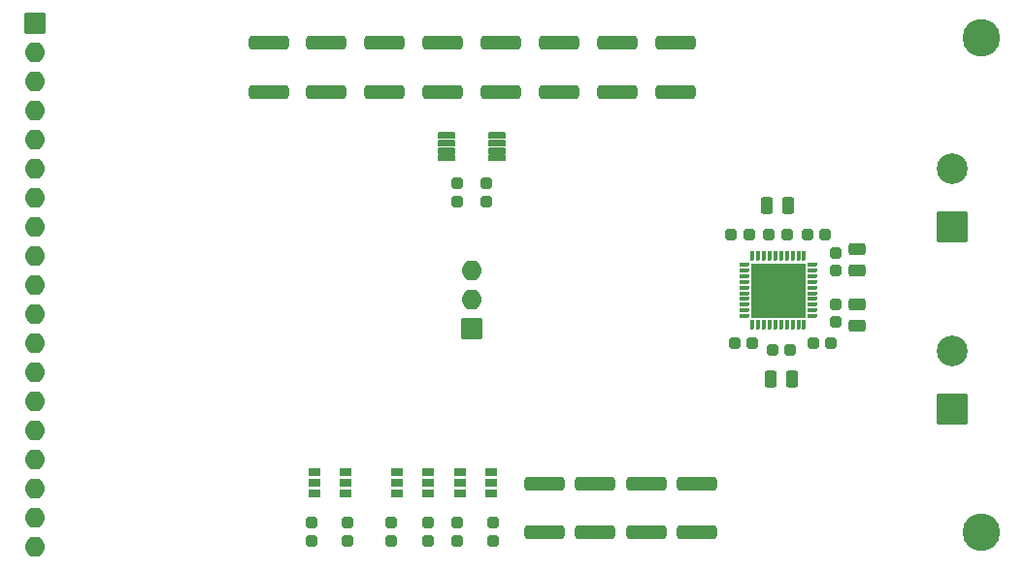
<source format=gts>
G04 #@! TF.GenerationSoftware,KiCad,Pcbnew,7.0.9*
G04 #@! TF.CreationDate,2024-03-05T18:49:30-08:00*
G04 #@! TF.ProjectId,SSM3582_v02,53534d33-3538-4325-9f76-30322e6b6963,rev?*
G04 #@! TF.SameCoordinates,Original*
G04 #@! TF.FileFunction,Soldermask,Top*
G04 #@! TF.FilePolarity,Negative*
%FSLAX46Y46*%
G04 Gerber Fmt 4.6, Leading zero omitted, Abs format (unit mm)*
G04 Created by KiCad (PCBNEW 7.0.9) date 2024-03-05 18:49:30*
%MOMM*%
%LPD*%
G01*
G04 APERTURE LIST*
G04 Aperture macros list*
%AMRoundRect*
0 Rectangle with rounded corners*
0 $1 Rounding radius*
0 $2 $3 $4 $5 $6 $7 $8 $9 X,Y pos of 4 corners*
0 Add a 4 corners polygon primitive as box body*
4,1,4,$2,$3,$4,$5,$6,$7,$8,$9,$2,$3,0*
0 Add four circle primitives for the rounded corners*
1,1,$1+$1,$2,$3*
1,1,$1+$1,$4,$5*
1,1,$1+$1,$6,$7*
1,1,$1+$1,$8,$9*
0 Add four rect primitives between the rounded corners*
20,1,$1+$1,$2,$3,$4,$5,0*
20,1,$1+$1,$4,$5,$6,$7,0*
20,1,$1+$1,$6,$7,$8,$9,0*
20,1,$1+$1,$8,$9,$2,$3,0*%
G04 Aperture macros list end*
%ADD10RoundRect,0.263000X0.225000X0.250000X-0.225000X0.250000X-0.225000X-0.250000X0.225000X-0.250000X0*%
%ADD11RoundRect,0.288000X-1.450000X0.312500X-1.450000X-0.312500X1.450000X-0.312500X1.450000X0.312500X0*%
%ADD12RoundRect,0.288000X-0.250000X-0.475000X0.250000X-0.475000X0.250000X0.475000X-0.250000X0.475000X0*%
%ADD13RoundRect,0.263000X-0.250000X0.225000X-0.250000X-0.225000X0.250000X-0.225000X0.250000X0.225000X0*%
%ADD14RoundRect,0.263000X0.250000X-0.225000X0.250000X0.225000X-0.250000X0.225000X-0.250000X-0.225000X0*%
%ADD15RoundRect,0.038000X0.711200X0.254000X-0.711200X0.254000X-0.711200X-0.254000X0.711200X-0.254000X0*%
%ADD16RoundRect,0.288000X0.475000X-0.250000X0.475000X0.250000X-0.475000X0.250000X-0.475000X-0.250000X0*%
%ADD17RoundRect,0.288000X1.450000X-0.312500X1.450000X0.312500X-1.450000X0.312500X-1.450000X-0.312500X0*%
%ADD18RoundRect,0.038000X0.381000X-0.127000X0.381000X0.127000X-0.381000X0.127000X-0.381000X-0.127000X0*%
%ADD19RoundRect,0.038000X-0.127000X-0.381000X0.127000X-0.381000X0.127000X0.381000X-0.127000X0.381000X0*%
%ADD20RoundRect,0.038000X-2.349500X-2.349500X2.349500X-2.349500X2.349500X2.349500X-2.349500X2.349500X0*%
%ADD21C,3.276000*%
%ADD22RoundRect,0.038000X1.300000X-1.300000X1.300000X1.300000X-1.300000X1.300000X-1.300000X-1.300000X0*%
%ADD23C,2.676000*%
%ADD24RoundRect,0.263000X-0.225000X-0.250000X0.225000X-0.250000X0.225000X0.250000X-0.225000X0.250000X0*%
%ADD25RoundRect,0.288000X-0.475000X0.250000X-0.475000X-0.250000X0.475000X-0.250000X0.475000X0.250000X0*%
%ADD26RoundRect,0.038000X0.850000X0.850000X-0.850000X0.850000X-0.850000X-0.850000X0.850000X-0.850000X0*%
%ADD27O,1.776000X1.776000*%
%ADD28RoundRect,0.038000X-0.500000X0.275000X-0.500000X-0.275000X0.500000X-0.275000X0.500000X0.275000X0*%
G04 APERTURE END LIST*
D10*
X169620000Y-88265000D03*
X168070000Y-88265000D03*
X169900000Y-97790000D03*
X168350000Y-97790000D03*
D11*
X153035000Y-71507500D03*
X153035000Y-75782500D03*
D12*
X171490600Y-100914200D03*
X173390600Y-100914200D03*
D13*
X147320000Y-113432500D03*
X147320000Y-114982500D03*
D11*
X160655000Y-110025000D03*
X160655000Y-114300000D03*
D14*
X177165000Y-91440000D03*
X177165000Y-89890000D03*
D15*
X147612100Y-81604999D03*
X147612100Y-80955001D03*
X147612100Y-80304999D03*
X147612100Y-79655001D03*
X143217900Y-79655001D03*
X143217900Y-80304999D03*
X143217900Y-80955001D03*
X143217900Y-81604999D03*
D16*
X179070000Y-91440000D03*
X179070000Y-89540000D03*
D13*
X138430000Y-113432500D03*
X138430000Y-114982500D03*
D14*
X144145000Y-114982500D03*
X144145000Y-113432500D03*
D17*
X142875000Y-75782500D03*
X142875000Y-71507500D03*
D11*
X147955000Y-71507500D03*
X147955000Y-75782500D03*
D18*
X169218200Y-90891799D03*
X169218200Y-91391801D03*
X169218200Y-91891800D03*
X169218200Y-92391799D03*
X169218200Y-92891800D03*
X169218200Y-93391800D03*
X169218200Y-93891801D03*
X169218200Y-94391800D03*
X169218200Y-94891799D03*
X169218200Y-95391801D03*
D19*
X169939999Y-96113600D03*
X170440001Y-96113600D03*
X170940000Y-96113600D03*
X171439999Y-96113600D03*
X171940000Y-96113600D03*
X172440000Y-96113600D03*
X172940001Y-96113600D03*
X173440000Y-96113600D03*
X173939999Y-96113600D03*
X174440001Y-96113600D03*
D18*
X175161800Y-95391801D03*
X175161800Y-94891799D03*
X175161800Y-94391800D03*
X175161800Y-93891801D03*
X175161800Y-93391800D03*
X175161800Y-92891800D03*
X175161800Y-92391799D03*
X175161800Y-91891800D03*
X175161800Y-91391801D03*
X175161800Y-90891799D03*
D19*
X174440001Y-90170000D03*
X173939999Y-90170000D03*
X173440000Y-90170000D03*
X172940001Y-90170000D03*
X172440000Y-90170000D03*
X171940000Y-90170000D03*
X171439999Y-90170000D03*
X170940000Y-90170000D03*
X170440001Y-90170000D03*
X169939999Y-90170000D03*
D20*
X172190000Y-93141800D03*
D12*
X171175000Y-85725000D03*
X173075000Y-85725000D03*
D13*
X141605000Y-113432500D03*
X141605000Y-114982500D03*
D21*
X189865000Y-114300000D03*
D11*
X158115000Y-71507500D03*
X158115000Y-75782500D03*
D22*
X187325000Y-103505000D03*
D23*
X187325000Y-98425000D03*
D24*
X175234000Y-97790000D03*
X176784000Y-97790000D03*
D11*
X165100000Y-110025000D03*
X165100000Y-114300000D03*
D25*
X179070000Y-94361000D03*
X179070000Y-96261000D03*
D11*
X163195000Y-71507500D03*
X163195000Y-75782500D03*
D26*
X145415000Y-96520000D03*
D27*
X145415000Y-93980000D03*
X145415000Y-91440000D03*
D24*
X171665000Y-98374200D03*
X173215000Y-98374200D03*
D28*
X144452350Y-108997497D03*
X144452350Y-109947497D03*
X144452350Y-110897497D03*
X147152350Y-110897497D03*
X147152350Y-109947497D03*
X147152350Y-108997497D03*
D13*
X144145000Y-83805000D03*
X144145000Y-85355000D03*
X134620000Y-113432500D03*
X134620000Y-114982500D03*
D24*
X171385000Y-88265000D03*
X172935000Y-88265000D03*
D11*
X151765000Y-110025000D03*
X151765000Y-114300000D03*
D13*
X177165000Y-94335000D03*
X177165000Y-95885000D03*
D24*
X174700000Y-88265000D03*
X176250000Y-88265000D03*
D28*
X138902450Y-108992499D03*
X138902450Y-109942499D03*
X138902450Y-110892499D03*
X141602450Y-110892499D03*
X141602450Y-109942499D03*
X141602450Y-108992499D03*
D11*
X156210000Y-110025000D03*
X156210000Y-114300000D03*
D21*
X189865000Y-71120000D03*
D17*
X132715000Y-75782500D03*
X132715000Y-71507500D03*
X137795000Y-75782500D03*
X137795000Y-71507500D03*
D13*
X131445000Y-113432500D03*
X131445000Y-114982500D03*
D17*
X127765000Y-75782500D03*
X127765000Y-71507500D03*
D22*
X187325000Y-87630000D03*
D23*
X187325000Y-82550000D03*
D13*
X146685000Y-83805000D03*
X146685000Y-85355000D03*
D28*
X131752350Y-108992499D03*
X131752350Y-109942499D03*
X131752350Y-110892499D03*
X134452350Y-110892499D03*
X134452350Y-109942499D03*
X134452350Y-108992499D03*
D26*
X107315000Y-69850000D03*
D27*
X107315000Y-72390000D03*
X107315000Y-74930000D03*
X107315000Y-77470000D03*
X107315000Y-80010000D03*
X107315000Y-82550000D03*
X107315000Y-85090000D03*
X107315000Y-87630000D03*
X107315000Y-90170000D03*
X107315000Y-92710000D03*
X107315000Y-95250000D03*
X107315000Y-97790000D03*
X107315000Y-100330000D03*
X107315000Y-102870000D03*
X107315000Y-105410000D03*
X107315000Y-107950000D03*
X107315000Y-110490000D03*
X107315000Y-113030000D03*
X107315000Y-115570000D03*
M02*

</source>
